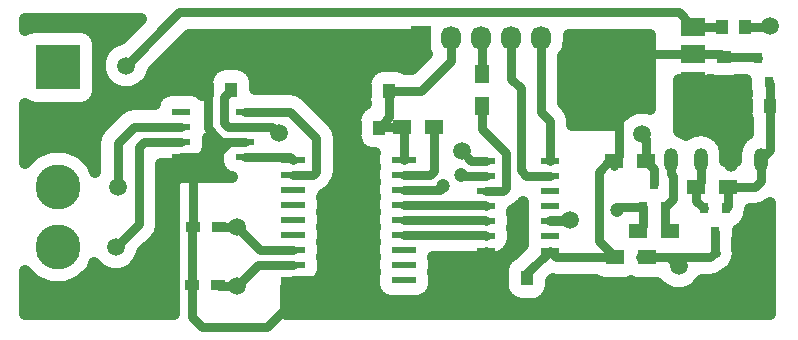
<source format=gbr>
G04 #@! TF.FileFunction,Copper,L1,Top,Signal*
%FSLAX46Y46*%
G04 Gerber Fmt 4.6, Leading zero omitted, Abs format (unit mm)*
G04 Created by KiCad (PCBNEW 4.0.6) date Monday, 04 July 2022 'AMt' 08:15:58*
%MOMM*%
%LPD*%
G01*
G04 APERTURE LIST*
%ADD10C,0.100000*%
%ADD11O,1.200000X2.000000*%
%ADD12R,1.200000X0.900000*%
%ADD13R,1.500000X1.300000*%
%ADD14R,2.000000X0.600000*%
%ADD15R,1.550000X0.600000*%
%ADD16C,1.500000*%
%ADD17R,1.000000X1.250000*%
%ADD18R,1.250000X1.000000*%
%ADD19R,1.727200X2.032000*%
%ADD20O,1.727200X2.032000*%
%ADD21R,0.800000X0.900000*%
%ADD22R,1.300000X1.500000*%
%ADD23R,1.500000X0.600000*%
%ADD24C,3.810000*%
%ADD25R,3.810000X3.810000*%
%ADD26R,2.000000X3.800000*%
%ADD27R,2.000000X1.500000*%
%ADD28C,1.200000*%
%ADD29C,0.800000*%
%ADD30C,1.000000*%
G04 APERTURE END LIST*
D10*
D11*
X64530000Y15180000D03*
X61990000Y15180000D03*
X59450000Y15180000D03*
X56910000Y15180000D03*
D12*
X18550000Y4570000D03*
X16350000Y4570000D03*
X18660000Y9490000D03*
X16460000Y9490000D03*
D13*
X36860000Y17980000D03*
X34160000Y17980000D03*
D14*
X24940000Y15190000D03*
X24940000Y13920000D03*
X24940000Y12650000D03*
X24940000Y11380000D03*
X24940000Y10110000D03*
X24940000Y8840000D03*
X24940000Y7570000D03*
X24940000Y6300000D03*
X24940000Y5030000D03*
X34340000Y5030000D03*
X34340000Y6300000D03*
X34340000Y7570000D03*
X34340000Y8840000D03*
X34340000Y10110000D03*
X34340000Y11380000D03*
X34340000Y12650000D03*
X34340000Y13920000D03*
X34340000Y15190000D03*
D15*
X20870000Y15455000D03*
X20870000Y16725000D03*
X20870000Y17995000D03*
X20870000Y19265000D03*
X15470000Y19265000D03*
X15470000Y17995000D03*
X15470000Y16725000D03*
X15470000Y15455000D03*
D16*
X20190000Y4490000D03*
X20190000Y9490000D03*
D17*
X30240000Y17910000D03*
X32240000Y17910000D03*
X31100000Y21000000D03*
X33100000Y21000000D03*
X17710000Y21110000D03*
X19710000Y21110000D03*
X61230000Y26460000D03*
X63230000Y26460000D03*
X65350000Y19760000D03*
X63350000Y19760000D03*
X42720000Y5140000D03*
X44720000Y5140000D03*
D18*
X61420000Y23860000D03*
X61420000Y21860000D03*
D19*
X35770000Y25490000D03*
D20*
X38310000Y25490000D03*
X40850000Y25490000D03*
X43390000Y25490000D03*
X45930000Y25490000D03*
D21*
X54530000Y11170000D03*
X56430000Y11170000D03*
X55480000Y13170000D03*
X61600000Y11070000D03*
X59700000Y11070000D03*
X60650000Y9070000D03*
D22*
X40960000Y19760000D03*
X40960000Y22460000D03*
D13*
X52120000Y15050000D03*
X54820000Y15050000D03*
X52180000Y6930000D03*
X54880000Y6930000D03*
X54160000Y9180000D03*
X56860000Y9180000D03*
X61770000Y12900000D03*
X59070000Y12900000D03*
D21*
X63320000Y21770000D03*
X65220000Y21770000D03*
X64270000Y23770000D03*
D23*
X46650000Y7500000D03*
X46650000Y8770000D03*
X46650000Y10040000D03*
X46650000Y11310000D03*
X46650000Y12580000D03*
X46650000Y13850000D03*
X46650000Y15120000D03*
X41250000Y15120000D03*
X41250000Y13850000D03*
X41250000Y12580000D03*
X41250000Y11310000D03*
X41250000Y10040000D03*
X41250000Y8770000D03*
X41250000Y7500000D03*
D24*
X5010000Y17940000D03*
X5010000Y12860000D03*
D25*
X5010000Y23020000D03*
D24*
X5010000Y7780000D03*
D26*
X52530000Y24130000D03*
D27*
X58830000Y24130000D03*
X58830000Y26430000D03*
X58830000Y21830000D03*
D28*
X37640000Y12920000D03*
D16*
X48360000Y10090000D03*
X65340000Y26480000D03*
X58900000Y19130000D03*
X49340000Y25530000D03*
X23730000Y17410000D03*
X10820000Y23160000D03*
D28*
X52330000Y10920000D03*
D16*
X54450000Y17350000D03*
D28*
X39130000Y13870000D03*
D16*
X57580000Y6170000D03*
X39200000Y15890000D03*
X10090000Y12840000D03*
X9940000Y7770000D03*
D29*
X34340000Y8840000D02*
X41180000Y8840000D01*
X41180000Y8840000D02*
X41250000Y8770000D01*
X34340000Y11380000D02*
X41180000Y11380000D01*
X41180000Y11380000D02*
X41250000Y11310000D01*
X48360000Y10090000D02*
X46700000Y10090000D01*
X46700000Y10090000D02*
X46650000Y10040000D01*
X37370000Y12650000D02*
X37640000Y12920000D01*
X34340000Y12650000D02*
X37370000Y12650000D01*
X48310000Y10040000D02*
X46650000Y10040000D01*
X48360000Y10090000D02*
X48310000Y10040000D01*
X24940000Y5030000D02*
X24940000Y3230000D01*
X16350000Y1890000D02*
X16350000Y4570000D01*
X17230000Y1010000D02*
X16350000Y1890000D01*
X22720000Y1010000D02*
X17230000Y1010000D01*
X24940000Y3230000D02*
X22720000Y1010000D01*
X24940000Y5030000D02*
X24940000Y3860000D01*
X40600000Y3020000D02*
X42720000Y5140000D01*
X25780000Y3020000D02*
X40600000Y3020000D01*
X24940000Y3860000D02*
X25780000Y3020000D01*
X58830000Y21830000D02*
X58830000Y19200000D01*
X65320000Y26460000D02*
X63230000Y26460000D01*
X65340000Y26480000D02*
X65320000Y26460000D01*
X58830000Y19200000D02*
X58900000Y19130000D01*
X31100000Y21000000D02*
X30970000Y21000000D01*
X30970000Y21000000D02*
X30240000Y20270000D01*
X30240000Y20270000D02*
X30240000Y17910000D01*
X35770000Y25490000D02*
X33420000Y25490000D01*
X31100000Y23170000D02*
X31100000Y21000000D01*
X33420000Y25490000D02*
X31100000Y23170000D01*
X61420000Y21860000D02*
X58860000Y21860000D01*
X58860000Y21860000D02*
X58830000Y21830000D01*
X63320000Y21770000D02*
X61510000Y21770000D01*
X61510000Y21770000D02*
X61420000Y21860000D01*
X63350000Y19760000D02*
X63350000Y21740000D01*
X63350000Y21740000D02*
X63320000Y21770000D01*
X63350000Y19760000D02*
X63350000Y18560000D01*
X61990000Y17200000D02*
X61990000Y15180000D01*
X63350000Y18560000D02*
X61990000Y17200000D01*
X42720000Y5140000D02*
X42720000Y6030000D01*
X42720000Y6030000D02*
X41250000Y7500000D01*
X30240000Y17910000D02*
X30240000Y7640000D01*
X27630000Y5030000D02*
X24940000Y5030000D01*
X30240000Y7640000D02*
X27630000Y5030000D01*
X19545000Y16725000D02*
X18855000Y16725000D01*
X17710000Y17870000D02*
X17710000Y21110000D01*
X18855000Y16725000D02*
X17710000Y17870000D01*
X15470000Y15455000D02*
X18275000Y15455000D01*
X19545000Y16725000D02*
X20870000Y16725000D01*
X18275000Y15455000D02*
X19545000Y16725000D01*
X16460000Y9490000D02*
X16460000Y14465000D01*
X16460000Y14465000D02*
X15470000Y15455000D01*
X16350000Y4570000D02*
X16350000Y9380000D01*
X16350000Y9380000D02*
X16460000Y9490000D01*
X34340000Y10110000D02*
X41180000Y10110000D01*
X41180000Y10110000D02*
X41250000Y10040000D01*
X20190000Y4490000D02*
X18630000Y4490000D01*
X18630000Y4490000D02*
X18550000Y4570000D01*
X24940000Y6300000D02*
X22000000Y6300000D01*
X22000000Y6300000D02*
X20190000Y4490000D01*
X20190000Y9490000D02*
X18660000Y9490000D01*
X24940000Y7570000D02*
X22110000Y7570000D01*
X22110000Y7570000D02*
X20190000Y9490000D01*
X36860000Y17980000D02*
X36860000Y14230000D01*
X36550000Y13920000D02*
X34340000Y13920000D01*
X36860000Y14230000D02*
X36550000Y13920000D01*
X20870000Y15455000D02*
X24675000Y15455000D01*
X24675000Y15455000D02*
X24940000Y15190000D01*
X24940000Y13920000D02*
X26650000Y13920000D01*
X24695000Y19265000D02*
X20870000Y19265000D01*
X26900000Y17060000D02*
X24695000Y19265000D01*
X26900000Y14170000D02*
X26900000Y17060000D01*
X26650000Y13920000D02*
X26900000Y14170000D01*
X52530000Y24130000D02*
X50740000Y24130000D01*
X50740000Y24130000D02*
X49340000Y25530000D01*
X52120000Y15050000D02*
X51700000Y15050000D01*
X51700000Y15050000D02*
X50820000Y14170000D01*
X50820000Y8290000D02*
X52180000Y6930000D01*
X50820000Y14170000D02*
X50820000Y8290000D01*
X20870000Y17995000D02*
X23145000Y17995000D01*
X23145000Y17995000D02*
X23730000Y17410000D01*
X33100000Y21000000D02*
X33100000Y18770000D01*
X33100000Y18770000D02*
X32240000Y17910000D01*
X38310000Y25490000D02*
X38310000Y23530000D01*
X38310000Y23530000D02*
X35780000Y21000000D01*
X35780000Y21000000D02*
X33100000Y21000000D01*
X58830000Y24130000D02*
X52530000Y24130000D01*
X61420000Y23860000D02*
X64180000Y23860000D01*
X64180000Y23860000D02*
X64270000Y23770000D01*
X58830000Y24130000D02*
X61150000Y24130000D01*
X61150000Y24130000D02*
X61420000Y23860000D01*
X52530000Y20840000D02*
X52530000Y15460000D01*
X52530000Y15460000D02*
X52120000Y15050000D01*
X52180000Y6930000D02*
X47220000Y6930000D01*
X47220000Y6930000D02*
X46650000Y7500000D01*
X52120000Y6990000D02*
X52180000Y6930000D01*
X44720000Y5140000D02*
X44720000Y5570000D01*
X44720000Y5570000D02*
X46650000Y7500000D01*
X52120000Y15050000D02*
X52120000Y14650000D01*
X52530000Y24130000D02*
X52530000Y20840000D01*
X52530000Y20840000D02*
X52530000Y20810000D01*
X34160000Y17980000D02*
X32310000Y17980000D01*
X32310000Y17980000D02*
X32240000Y17910000D01*
X34340000Y15190000D02*
X34340000Y17800000D01*
X34340000Y17800000D02*
X34160000Y17980000D01*
X20870000Y17995000D02*
X19455000Y17995000D01*
X19120000Y20520000D02*
X19710000Y21110000D01*
X19120000Y18330000D02*
X19120000Y20520000D01*
X19455000Y17995000D02*
X19120000Y18330000D01*
X57600000Y27660000D02*
X58830000Y26430000D01*
X15320000Y27660000D02*
X57600000Y27660000D01*
X10820000Y23160000D02*
X15320000Y27660000D01*
X58830000Y26430000D02*
X61200000Y26430000D01*
X61200000Y26430000D02*
X61230000Y26460000D01*
X54530000Y11170000D02*
X52580000Y11170000D01*
X52580000Y11170000D02*
X52330000Y10920000D01*
X65350000Y19760000D02*
X65350000Y21640000D01*
X65350000Y21640000D02*
X65220000Y21770000D01*
X65350000Y19760000D02*
X65350000Y16000000D01*
X65350000Y16000000D02*
X64530000Y15180000D01*
X54530000Y11170000D02*
X54530000Y9550000D01*
X54530000Y9550000D02*
X54160000Y9180000D01*
X61770000Y12900000D02*
X61770000Y11240000D01*
X61770000Y11240000D02*
X61600000Y11070000D01*
X61770000Y12900000D02*
X64060000Y12900000D01*
X64060000Y12900000D02*
X64530000Y13370000D01*
X64530000Y13370000D02*
X64530000Y15180000D01*
X40960000Y22460000D02*
X40960000Y25380000D01*
X40960000Y25380000D02*
X40850000Y25490000D01*
X46650000Y13850000D02*
X44660002Y13850000D01*
X43390000Y22060000D02*
X43390000Y25490000D01*
X44230000Y21220000D02*
X43390000Y22060000D01*
X44230000Y14280002D02*
X44230000Y21220000D01*
X44660002Y13850000D02*
X44230000Y14280002D01*
X45930000Y22950000D02*
X45930000Y19210000D01*
X45930000Y25490000D02*
X45930000Y22950000D01*
X46650000Y15810002D02*
X46650000Y15120000D01*
X46650000Y18490000D02*
X46650000Y15810002D01*
X45930000Y19210000D02*
X46650000Y18490000D01*
X56430000Y11170000D02*
X56430000Y9610000D01*
X56430000Y9610000D02*
X56860000Y9180000D01*
X56910000Y15180000D02*
X56910000Y14010000D01*
X57100000Y11840000D02*
X56430000Y11170000D01*
X57100000Y13820000D02*
X57100000Y11840000D01*
X56910000Y14010000D02*
X57100000Y13820000D01*
X54820000Y15050000D02*
X54820000Y16980000D01*
X54820000Y16980000D02*
X54450000Y17350000D01*
X55480000Y13170000D02*
X55480000Y14390000D01*
X55480000Y14390000D02*
X54820000Y15050000D01*
X41250000Y13850000D02*
X39150000Y13850000D01*
X39150000Y13850000D02*
X39130000Y13870000D01*
X59070000Y12900000D02*
X59070000Y11700000D01*
X59070000Y11700000D02*
X59700000Y11070000D01*
X59450000Y15180000D02*
X59450000Y13280000D01*
X59450000Y13280000D02*
X59070000Y12900000D01*
X56850000Y6930000D02*
X56850000Y6900000D01*
X56850000Y6900000D02*
X57580000Y6170000D01*
X60650000Y7350000D02*
X60650000Y7320000D01*
X60260000Y6930000D02*
X56850000Y6930000D01*
X56850000Y6930000D02*
X54350000Y6930000D01*
X60650000Y7320000D02*
X60260000Y6930000D01*
X60650000Y9070000D02*
X60650000Y7350000D01*
X60650000Y7350000D02*
X60720000Y7280000D01*
X41250000Y15120000D02*
X39970000Y15120000D01*
X39970000Y15120000D02*
X39200000Y15890000D01*
X41250000Y12580000D02*
X42720000Y12580000D01*
X40960000Y17750000D02*
X40960000Y19760000D01*
X42940000Y15770000D02*
X40960000Y17750000D01*
X42940000Y12800000D02*
X42940000Y15770000D01*
X42720000Y12580000D02*
X42940000Y12800000D01*
X40960000Y19740000D02*
X40960000Y19760000D01*
X15470000Y17995000D02*
X11475000Y17995000D01*
X10090000Y16610000D02*
X10090000Y12840000D01*
X11475000Y17995000D02*
X10090000Y16610000D01*
X12350002Y16725000D02*
X15470000Y16725000D01*
X11890000Y16264998D02*
X12350002Y16725000D01*
X11890000Y9720000D02*
X11890000Y16264998D01*
X9940000Y7770000D02*
X11890000Y9720000D01*
D30*
G36*
X55160000Y19491446D02*
X54899516Y19599608D01*
X54004411Y19600390D01*
X53177142Y19258569D01*
X52543655Y18626187D01*
X52325164Y18100000D01*
X48550000Y18100000D01*
X48550000Y18490000D01*
X48522911Y18626187D01*
X48405372Y19217098D01*
X47993503Y19833503D01*
X47830000Y19997006D01*
X47830000Y23959238D01*
X48113682Y24383798D01*
X48293600Y25288309D01*
X48293600Y25691691D01*
X48280013Y25760000D01*
X55160000Y25760000D01*
X55160000Y19491446D01*
X55160000Y19491446D01*
G37*
X55160000Y19491446D02*
X54899516Y19599608D01*
X54004411Y19600390D01*
X53177142Y19258569D01*
X52543655Y18626187D01*
X52325164Y18100000D01*
X48550000Y18100000D01*
X48550000Y18490000D01*
X48522911Y18626187D01*
X48405372Y19217098D01*
X47993503Y19833503D01*
X47830000Y19997006D01*
X47830000Y23959238D01*
X48113682Y24383798D01*
X48293600Y25288309D01*
X48293600Y25691691D01*
X48280013Y25760000D01*
X55160000Y25760000D01*
X55160000Y19491446D01*
G36*
X17776497Y16986497D02*
X18111497Y16651497D01*
X18671399Y16277382D01*
X18565614Y15755000D01*
X18565614Y15155000D01*
X18670207Y14599133D01*
X18998724Y14088604D01*
X19499983Y13746108D01*
X19777053Y13690000D01*
X15390000Y13690000D01*
X15143123Y13624801D01*
X14993412Y13494496D01*
X14906191Y13316211D01*
X14846191Y13086211D01*
X14830191Y12973813D01*
X14864195Y12778271D01*
X14890000Y12738169D01*
X14890000Y2135000D01*
X2235000Y2135000D01*
X2235000Y5740242D01*
X3078704Y4895065D01*
X4329732Y4375592D01*
X5684325Y4374410D01*
X6936258Y4891698D01*
X7894935Y5848704D01*
X8125190Y6403219D01*
X8663813Y5863655D01*
X9490484Y5520392D01*
X10385589Y5519610D01*
X11212858Y5861431D01*
X11846345Y6493813D01*
X12189608Y7320484D01*
X12189619Y7332613D01*
X13233503Y8376497D01*
X13342752Y8540000D01*
X13645371Y8992901D01*
X13790000Y9720000D01*
X13790000Y14825000D01*
X15470000Y14825000D01*
X15825001Y14895614D01*
X16245000Y14895614D01*
X16800867Y15000207D01*
X17311396Y15328724D01*
X17653892Y15829983D01*
X17774386Y16425000D01*
X17774386Y16989656D01*
X17776497Y16986497D01*
X17776497Y16986497D01*
G37*
X17776497Y16986497D02*
X18111497Y16651497D01*
X18671399Y16277382D01*
X18565614Y15755000D01*
X18565614Y15155000D01*
X18670207Y14599133D01*
X18998724Y14088604D01*
X19499983Y13746108D01*
X19777053Y13690000D01*
X15390000Y13690000D01*
X15143123Y13624801D01*
X14993412Y13494496D01*
X14906191Y13316211D01*
X14846191Y13086211D01*
X14830191Y12973813D01*
X14864195Y12778271D01*
X14890000Y12738169D01*
X14890000Y2135000D01*
X2235000Y2135000D01*
X2235000Y5740242D01*
X3078704Y4895065D01*
X4329732Y4375592D01*
X5684325Y4374410D01*
X6936258Y4891698D01*
X7894935Y5848704D01*
X8125190Y6403219D01*
X8663813Y5863655D01*
X9490484Y5520392D01*
X10385589Y5519610D01*
X11212858Y5861431D01*
X11846345Y6493813D01*
X12189608Y7320484D01*
X12189619Y7332613D01*
X13233503Y8376497D01*
X13342752Y8540000D01*
X13645371Y8992901D01*
X13790000Y9720000D01*
X13790000Y14825000D01*
X15470000Y14825000D01*
X15825001Y14895614D01*
X16245000Y14895614D01*
X16800867Y15000207D01*
X17311396Y15328724D01*
X17653892Y15829983D01*
X17774386Y16425000D01*
X17774386Y16989656D01*
X17776497Y16986497D01*
G36*
X10383376Y25410382D02*
X10374411Y25410390D01*
X9547142Y25068569D01*
X8913655Y24436187D01*
X8570392Y23609516D01*
X8569610Y22714411D01*
X8911431Y21887142D01*
X9543813Y21253655D01*
X10370484Y20910392D01*
X11265589Y20909610D01*
X12092858Y21251431D01*
X12726345Y21883813D01*
X13069608Y22710484D01*
X13069619Y22722613D01*
X16107006Y25760000D01*
X35959987Y25760000D01*
X35946400Y25691691D01*
X35946400Y25288309D01*
X36126318Y24383798D01*
X36266698Y24173704D01*
X34992994Y22900000D01*
X34390974Y22900000D01*
X34195017Y23033892D01*
X33600000Y23154386D01*
X32600000Y23154386D01*
X32044133Y23049793D01*
X31533604Y22721276D01*
X31191108Y22220017D01*
X31070614Y21625000D01*
X31070614Y20375000D01*
X31152563Y19939478D01*
X30673604Y19631276D01*
X30331108Y19130017D01*
X30210614Y18535000D01*
X30210614Y17285000D01*
X30315207Y16729133D01*
X30643724Y16218604D01*
X31144983Y15876108D01*
X31740000Y15755614D01*
X31864402Y15755614D01*
X31810614Y15490000D01*
X31810614Y14890000D01*
X31875963Y14542701D01*
X31810614Y14220000D01*
X31810614Y13620000D01*
X31875963Y13272701D01*
X31810614Y12950000D01*
X31810614Y12350000D01*
X31875963Y12002701D01*
X31810614Y11680000D01*
X31810614Y11080000D01*
X31875963Y10732701D01*
X31810614Y10410000D01*
X31810614Y9810000D01*
X31875963Y9462701D01*
X31810614Y9140000D01*
X31810614Y8540000D01*
X31875963Y8192701D01*
X31810614Y7870000D01*
X31810614Y7270000D01*
X31875963Y6922701D01*
X31810614Y6600000D01*
X31810614Y6000000D01*
X31875963Y5652701D01*
X31810614Y5330000D01*
X31810614Y4730000D01*
X31915207Y4174133D01*
X32243724Y3663604D01*
X32744983Y3321108D01*
X33340000Y3200614D01*
X35340000Y3200614D01*
X35895867Y3305207D01*
X36406396Y3633724D01*
X36748892Y4134983D01*
X36869386Y4730000D01*
X36869386Y5330000D01*
X36804037Y5677299D01*
X36869386Y6000000D01*
X36869386Y6600000D01*
X36805411Y6940000D01*
X40898087Y6940000D01*
X41250000Y6870000D01*
X41605000Y6940614D01*
X42000000Y6940614D01*
X42555867Y7045207D01*
X43066396Y7373724D01*
X43408892Y7874983D01*
X43529386Y8470000D01*
X43529386Y9070000D01*
X43464037Y9417299D01*
X43529386Y9740000D01*
X43529386Y10340000D01*
X43464037Y10687299D01*
X43498850Y10859208D01*
X44063503Y11236497D01*
X44283503Y11456497D01*
X44370614Y11586868D01*
X44370614Y11010000D01*
X44435963Y10662701D01*
X44370614Y10340000D01*
X44370614Y9740000D01*
X44435963Y9392701D01*
X44370614Y9070000D01*
X44370614Y8470000D01*
X44435963Y8122701D01*
X44397942Y7934948D01*
X43632308Y7169314D01*
X43153604Y6861276D01*
X42811108Y6360017D01*
X42690614Y5765000D01*
X42690614Y4515000D01*
X42795207Y3959133D01*
X43123724Y3448604D01*
X43624983Y3106108D01*
X44220000Y2985614D01*
X45220000Y2985614D01*
X45775867Y3090207D01*
X46286396Y3418724D01*
X46628892Y3919983D01*
X46749386Y4515000D01*
X46749386Y4912380D01*
X46925571Y5088565D01*
X47220000Y5030000D01*
X50602437Y5030000D01*
X50834983Y4871108D01*
X51430000Y4750614D01*
X52930000Y4750614D01*
X53485867Y4855207D01*
X53523146Y4879196D01*
X53534983Y4871108D01*
X54130000Y4750614D01*
X55630000Y4750614D01*
X55788022Y4780348D01*
X56303813Y4263655D01*
X57130484Y3920392D01*
X58025589Y3919610D01*
X58852858Y4261431D01*
X59486345Y4893813D01*
X59542895Y5030000D01*
X60260000Y5030000D01*
X60987099Y5174629D01*
X61603503Y5586497D01*
X61732000Y5714994D01*
X62063503Y5936497D01*
X62475371Y6552902D01*
X62620000Y7280000D01*
X62550000Y7631913D01*
X62550000Y8474888D01*
X62579386Y8620000D01*
X62579386Y9210341D01*
X63066396Y9523724D01*
X63408892Y10024983D01*
X63500012Y10474949D01*
X63525371Y10512901D01*
X63622261Y11000000D01*
X64060000Y11000000D01*
X64787099Y11144629D01*
X65315000Y11497361D01*
X65315000Y2135000D01*
X24380000Y2135000D01*
X24380000Y4400000D01*
X24940000Y4400000D01*
X25295001Y4470614D01*
X25940000Y4470614D01*
X26495867Y4575207D01*
X27006396Y4903724D01*
X27348892Y5404983D01*
X27469386Y6000000D01*
X27469386Y6600000D01*
X27404037Y6947299D01*
X27469386Y7270000D01*
X27469386Y7870000D01*
X27404037Y8217299D01*
X27469386Y8540000D01*
X27469386Y9140000D01*
X27404037Y9487299D01*
X27469386Y9810000D01*
X27469386Y10410000D01*
X27404037Y10757299D01*
X27469386Y11080000D01*
X27469386Y11680000D01*
X27404037Y12027299D01*
X27440415Y12206935D01*
X27993503Y12576497D01*
X28243503Y12826497D01*
X28326025Y12950000D01*
X28655371Y13442901D01*
X28800000Y14170000D01*
X28800000Y17060000D01*
X28655371Y17787099D01*
X28243503Y18403503D01*
X26038503Y20608503D01*
X25985971Y20643604D01*
X25422099Y21020371D01*
X24695000Y21165000D01*
X21739386Y21165000D01*
X21739386Y21735000D01*
X21634793Y22290867D01*
X21306276Y22801396D01*
X20805017Y23143892D01*
X20210000Y23264386D01*
X19210000Y23264386D01*
X18654133Y23159793D01*
X18143604Y22831276D01*
X17801108Y22330017D01*
X17680614Y21735000D01*
X17680614Y21720004D01*
X17364629Y21247099D01*
X17254017Y20691017D01*
X16840017Y20973892D01*
X16245000Y21094386D01*
X14695000Y21094386D01*
X14139133Y20989793D01*
X13628604Y20661276D01*
X13286108Y20160017D01*
X13232441Y19895000D01*
X11475000Y19895000D01*
X10747902Y19750372D01*
X10131497Y19338503D01*
X8746497Y17953503D01*
X8334629Y17337099D01*
X8190000Y16610000D01*
X8190000Y14122521D01*
X8183655Y14116187D01*
X8179402Y14105944D01*
X7898302Y14786258D01*
X6941296Y15744935D01*
X5690268Y16264408D01*
X4335675Y16265590D01*
X3083742Y15748302D01*
X2235000Y14901039D01*
X2235000Y19893996D01*
X2509983Y19706108D01*
X3105000Y19585614D01*
X6915000Y19585614D01*
X7470867Y19690207D01*
X7981396Y20018724D01*
X8323892Y20519983D01*
X8444386Y21115000D01*
X8444386Y24925000D01*
X8339793Y25480867D01*
X8011276Y25991396D01*
X7510017Y26333892D01*
X6915000Y26454386D01*
X3105000Y26454386D01*
X2549133Y26349793D01*
X2235000Y26147654D01*
X2235000Y27075000D01*
X12047994Y27075000D01*
X10383376Y25410382D01*
X10383376Y25410382D01*
G37*
X10383376Y25410382D02*
X10374411Y25410390D01*
X9547142Y25068569D01*
X8913655Y24436187D01*
X8570392Y23609516D01*
X8569610Y22714411D01*
X8911431Y21887142D01*
X9543813Y21253655D01*
X10370484Y20910392D01*
X11265589Y20909610D01*
X12092858Y21251431D01*
X12726345Y21883813D01*
X13069608Y22710484D01*
X13069619Y22722613D01*
X16107006Y25760000D01*
X35959987Y25760000D01*
X35946400Y25691691D01*
X35946400Y25288309D01*
X36126318Y24383798D01*
X36266698Y24173704D01*
X34992994Y22900000D01*
X34390974Y22900000D01*
X34195017Y23033892D01*
X33600000Y23154386D01*
X32600000Y23154386D01*
X32044133Y23049793D01*
X31533604Y22721276D01*
X31191108Y22220017D01*
X31070614Y21625000D01*
X31070614Y20375000D01*
X31152563Y19939478D01*
X30673604Y19631276D01*
X30331108Y19130017D01*
X30210614Y18535000D01*
X30210614Y17285000D01*
X30315207Y16729133D01*
X30643724Y16218604D01*
X31144983Y15876108D01*
X31740000Y15755614D01*
X31864402Y15755614D01*
X31810614Y15490000D01*
X31810614Y14890000D01*
X31875963Y14542701D01*
X31810614Y14220000D01*
X31810614Y13620000D01*
X31875963Y13272701D01*
X31810614Y12950000D01*
X31810614Y12350000D01*
X31875963Y12002701D01*
X31810614Y11680000D01*
X31810614Y11080000D01*
X31875963Y10732701D01*
X31810614Y10410000D01*
X31810614Y9810000D01*
X31875963Y9462701D01*
X31810614Y9140000D01*
X31810614Y8540000D01*
X31875963Y8192701D01*
X31810614Y7870000D01*
X31810614Y7270000D01*
X31875963Y6922701D01*
X31810614Y6600000D01*
X31810614Y6000000D01*
X31875963Y5652701D01*
X31810614Y5330000D01*
X31810614Y4730000D01*
X31915207Y4174133D01*
X32243724Y3663604D01*
X32744983Y3321108D01*
X33340000Y3200614D01*
X35340000Y3200614D01*
X35895867Y3305207D01*
X36406396Y3633724D01*
X36748892Y4134983D01*
X36869386Y4730000D01*
X36869386Y5330000D01*
X36804037Y5677299D01*
X36869386Y6000000D01*
X36869386Y6600000D01*
X36805411Y6940000D01*
X40898087Y6940000D01*
X41250000Y6870000D01*
X41605000Y6940614D01*
X42000000Y6940614D01*
X42555867Y7045207D01*
X43066396Y7373724D01*
X43408892Y7874983D01*
X43529386Y8470000D01*
X43529386Y9070000D01*
X43464037Y9417299D01*
X43529386Y9740000D01*
X43529386Y10340000D01*
X43464037Y10687299D01*
X43498850Y10859208D01*
X44063503Y11236497D01*
X44283503Y11456497D01*
X44370614Y11586868D01*
X44370614Y11010000D01*
X44435963Y10662701D01*
X44370614Y10340000D01*
X44370614Y9740000D01*
X44435963Y9392701D01*
X44370614Y9070000D01*
X44370614Y8470000D01*
X44435963Y8122701D01*
X44397942Y7934948D01*
X43632308Y7169314D01*
X43153604Y6861276D01*
X42811108Y6360017D01*
X42690614Y5765000D01*
X42690614Y4515000D01*
X42795207Y3959133D01*
X43123724Y3448604D01*
X43624983Y3106108D01*
X44220000Y2985614D01*
X45220000Y2985614D01*
X45775867Y3090207D01*
X46286396Y3418724D01*
X46628892Y3919983D01*
X46749386Y4515000D01*
X46749386Y4912380D01*
X46925571Y5088565D01*
X47220000Y5030000D01*
X50602437Y5030000D01*
X50834983Y4871108D01*
X51430000Y4750614D01*
X52930000Y4750614D01*
X53485867Y4855207D01*
X53523146Y4879196D01*
X53534983Y4871108D01*
X54130000Y4750614D01*
X55630000Y4750614D01*
X55788022Y4780348D01*
X56303813Y4263655D01*
X57130484Y3920392D01*
X58025589Y3919610D01*
X58852858Y4261431D01*
X59486345Y4893813D01*
X59542895Y5030000D01*
X60260000Y5030000D01*
X60987099Y5174629D01*
X61603503Y5586497D01*
X61732000Y5714994D01*
X62063503Y5936497D01*
X62475371Y6552902D01*
X62620000Y7280000D01*
X62550000Y7631913D01*
X62550000Y8474888D01*
X62579386Y8620000D01*
X62579386Y9210341D01*
X63066396Y9523724D01*
X63408892Y10024983D01*
X63500012Y10474949D01*
X63525371Y10512901D01*
X63622261Y11000000D01*
X64060000Y11000000D01*
X64787099Y11144629D01*
X65315000Y11497361D01*
X65315000Y2135000D01*
X24380000Y2135000D01*
X24380000Y4400000D01*
X24940000Y4400000D01*
X25295001Y4470614D01*
X25940000Y4470614D01*
X26495867Y4575207D01*
X27006396Y4903724D01*
X27348892Y5404983D01*
X27469386Y6000000D01*
X27469386Y6600000D01*
X27404037Y6947299D01*
X27469386Y7270000D01*
X27469386Y7870000D01*
X27404037Y8217299D01*
X27469386Y8540000D01*
X27469386Y9140000D01*
X27404037Y9487299D01*
X27469386Y9810000D01*
X27469386Y10410000D01*
X27404037Y10757299D01*
X27469386Y11080000D01*
X27469386Y11680000D01*
X27404037Y12027299D01*
X27440415Y12206935D01*
X27993503Y12576497D01*
X28243503Y12826497D01*
X28326025Y12950000D01*
X28655371Y13442901D01*
X28800000Y14170000D01*
X28800000Y17060000D01*
X28655371Y17787099D01*
X28243503Y18403503D01*
X26038503Y20608503D01*
X25985971Y20643604D01*
X25422099Y21020371D01*
X24695000Y21165000D01*
X21739386Y21165000D01*
X21739386Y21735000D01*
X21634793Y22290867D01*
X21306276Y22801396D01*
X20805017Y23143892D01*
X20210000Y23264386D01*
X19210000Y23264386D01*
X18654133Y23159793D01*
X18143604Y22831276D01*
X17801108Y22330017D01*
X17680614Y21735000D01*
X17680614Y21720004D01*
X17364629Y21247099D01*
X17254017Y20691017D01*
X16840017Y20973892D01*
X16245000Y21094386D01*
X14695000Y21094386D01*
X14139133Y20989793D01*
X13628604Y20661276D01*
X13286108Y20160017D01*
X13232441Y19895000D01*
X11475000Y19895000D01*
X10747902Y19750372D01*
X10131497Y19338503D01*
X8746497Y17953503D01*
X8334629Y17337099D01*
X8190000Y16610000D01*
X8190000Y14122521D01*
X8183655Y14116187D01*
X8179402Y14105944D01*
X7898302Y14786258D01*
X6941296Y15744935D01*
X5690268Y16264408D01*
X4335675Y16265590D01*
X3083742Y15748302D01*
X2235000Y14901039D01*
X2235000Y19893996D01*
X2509983Y19706108D01*
X3105000Y19585614D01*
X6915000Y19585614D01*
X7470867Y19690207D01*
X7981396Y20018724D01*
X8323892Y20519983D01*
X8444386Y21115000D01*
X8444386Y24925000D01*
X8339793Y25480867D01*
X8011276Y25991396D01*
X7510017Y26333892D01*
X6915000Y26454386D01*
X3105000Y26454386D01*
X2549133Y26349793D01*
X2235000Y26147654D01*
X2235000Y27075000D01*
X12047994Y27075000D01*
X10383376Y25410382D01*
G36*
X63274983Y21911108D02*
X63290614Y21907943D01*
X63290614Y21320000D01*
X63395207Y20764133D01*
X63396868Y20761552D01*
X63320614Y20385000D01*
X63320614Y19135000D01*
X63425207Y18579133D01*
X63450000Y18540604D01*
X63450000Y17384464D01*
X63045076Y17113902D01*
X62589853Y16432613D01*
X62430000Y15628978D01*
X62430000Y15079386D01*
X61550000Y15079386D01*
X61550000Y15628978D01*
X61390147Y16432613D01*
X60934924Y17113902D01*
X60253635Y17569125D01*
X59450000Y17728978D01*
X58646365Y17569125D01*
X58180000Y17257510D01*
X57713635Y17569125D01*
X57610000Y17589739D01*
X57610000Y21895165D01*
X57830000Y21850614D01*
X59830000Y21850614D01*
X60279020Y21935103D01*
X60795000Y21830614D01*
X62045000Y21830614D01*
X62600867Y21935207D01*
X62639396Y21960000D01*
X63203427Y21960000D01*
X63274983Y21911108D01*
X63274983Y21911108D01*
G37*
X63274983Y21911108D02*
X63290614Y21907943D01*
X63290614Y21320000D01*
X63395207Y20764133D01*
X63396868Y20761552D01*
X63320614Y20385000D01*
X63320614Y19135000D01*
X63425207Y18579133D01*
X63450000Y18540604D01*
X63450000Y17384464D01*
X63045076Y17113902D01*
X62589853Y16432613D01*
X62430000Y15628978D01*
X62430000Y15079386D01*
X61550000Y15079386D01*
X61550000Y15628978D01*
X61390147Y16432613D01*
X60934924Y17113902D01*
X60253635Y17569125D01*
X59450000Y17728978D01*
X58646365Y17569125D01*
X58180000Y17257510D01*
X57713635Y17569125D01*
X57610000Y17589739D01*
X57610000Y21895165D01*
X57830000Y21850614D01*
X59830000Y21850614D01*
X60279020Y21935103D01*
X60795000Y21830614D01*
X62045000Y21830614D01*
X62600867Y21935207D01*
X62639396Y21960000D01*
X63203427Y21960000D01*
X63274983Y21911108D01*
M02*

</source>
